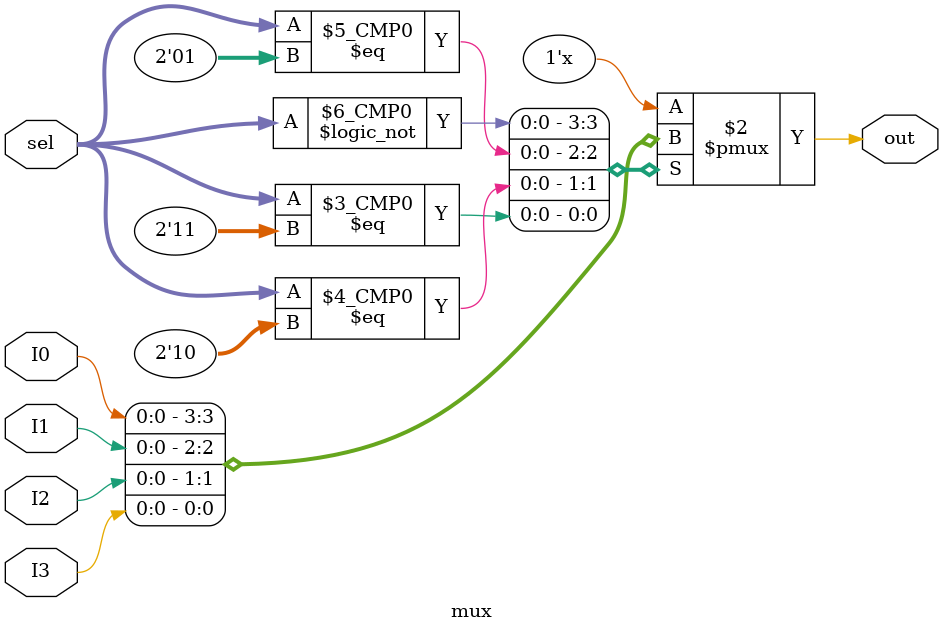
<source format=v>
`timescale 1ns / 1ps


module mux
#( 
  parameter WIDTH_LEN = 2)
( I0 ,I1, I2  , I3 , 
 sel , 
 out  
    );
    
input I0, I1 , I2,I3 ; 
input [WIDTH_LEN-1:0] sel ; 
output reg out  ;

always @ *
 begin
  case (sel)
  2'b00 : out = I0 ;
  2'b01 : out = I1;
  2'b10 : out = I2 ;
  2'b11 : out = I3 ;
  endcase
end
endmodule

</source>
